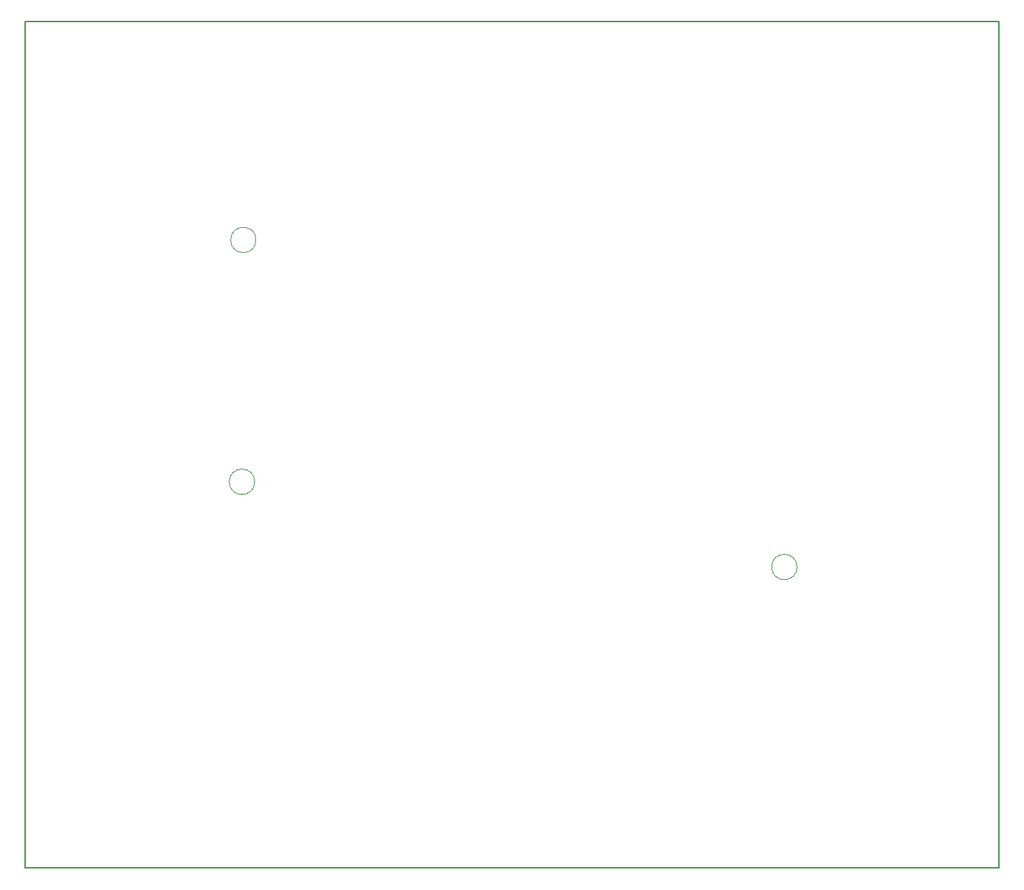
<source format=gbr>
%TF.GenerationSoftware,KiCad,Pcbnew,(6.0.5)*%
%TF.CreationDate,2022-09-04T18:06:33+09:00*%
%TF.ProjectId,LAST SHUTDOWN,4c415354-2053-4485-9554-444f574e2e6b,rev?*%
%TF.SameCoordinates,Original*%
%TF.FileFunction,Profile,NP*%
%FSLAX46Y46*%
G04 Gerber Fmt 4.6, Leading zero omitted, Abs format (unit mm)*
G04 Created by KiCad (PCBNEW (6.0.5)) date 2022-09-04 18:06:33*
%MOMM*%
%LPD*%
G01*
G04 APERTURE LIST*
%TA.AperFunction,Profile*%
%ADD10C,0.100000*%
%TD*%
%TA.AperFunction,Profile*%
%ADD11C,0.200000*%
%TD*%
G04 APERTURE END LIST*
D10*
X81415000Y-93440000D02*
G75*
G03*
X81415000Y-93440000I-1500000J0D01*
G01*
D11*
X54164000Y-67640000D02*
X169164000Y-67640000D01*
X169164000Y-67640000D02*
X169164000Y-167640000D01*
X169164000Y-167640000D02*
X54164000Y-167640000D01*
X54164000Y-167640000D02*
X54164000Y-67640000D01*
D10*
X145288000Y-132080000D02*
G75*
G03*
X145288000Y-132080000I-1500000J0D01*
G01*
X81256000Y-122015000D02*
G75*
G03*
X81256000Y-122015000I-1500000J0D01*
G01*
M02*

</source>
